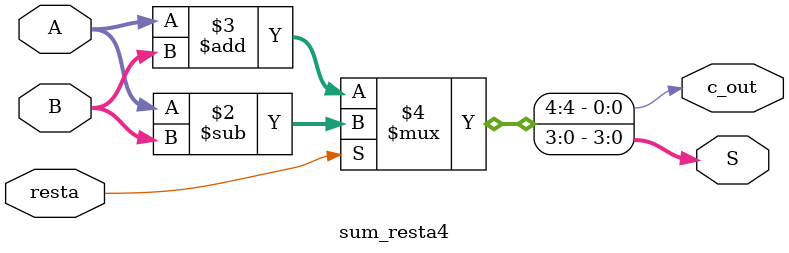
<source format=v>
`timescale 1 ns / 10 ps
module registro4 (input wire [3:0] entrada, input wire bit_en_desp, input wire Carga, Desplaza, clk, reset, output wire [3:0] salida);
	//Registro de 4 bits, soporta Carga de entrada, reseteo y desplazamiento aritmético o lógico
	// La línea de Carga indica que se va a asignar un nuevo valor al registro que viene por "entrada"
	// La línea de Desplaza indica que se va a desplazar el contenido del registro. El bit más significativo se completa con la entrada "bit_en_desp"
	wire enable;

	assign enable = Carga | Desplaza; //Si se carga o desplaza se habilitan en modificación los biestables
	cdaff ff0(Carga, entrada[0], salida[1], clk, reset, enable, salida[0]);
	cdaff ff1(Carga, entrada[1], salida[2], clk, reset, enable, salida[1]);
	cdaff ff2(Carga, entrada[2], salida[3], clk, reset, enable, salida[2]);
	cdaff ff3(Carga, entrada[3], bit_en_desp, clk, reset, enable, salida[3]); //entra un bit en el desplaz
endmodule

module registro3 (input wire [2:0] entrada, input wire bit_en_desp, input wire Carga, Desplaza, clk, reset, output wire [2:0] salida);
	//Registro de 3 bits, soporta Carga de entrada, reseteo y desplazamiento aritmético o lógico
	// La línea de Carga indica que se va a asignar un nuevo valor al registro que viene por "entrada"
	// La línea de Desplaza indica que se va a desplazar el contenido del registro. El bit más significativo se completa con la entrada "bit_en_desp"
	wire enable;

	assign enable = Carga | Desplaza; //Si se carga o desplaza se habilitan en modificación los biestables
	cdaff ff0(Carga, entrada[0], salida[1], clk, reset, enable, salida[0]);
	cdaff ff1(Carga, entrada[1], salida[2], clk, reset, enable, salida[1]);
	cdaff ff2(Carga, entrada[2], bit_en_desp, clk, reset, enable, salida[2]); //entra un bit en el desplaz
endmodule

//Biestable con entrada de mux para aceptar dos entradas posibles
module cdaff (input wire selc_d, inp_c, inp_d, clk, reset, carga, output wire salida);
	wire inp;
	
	ffdc ff0(clk, reset, carga, inp, salida);
	mux2_1_i1 mux0(inp, inp_d, inp_c, selc_d);
endmodule

//Mux de dos entradas de 1 bit realizado a partir de puertas 
module mux2_1_i1(output wire out, input wire a, b, s);
	//Declaración de conexiones internas
	wire  s_n, sa, sb;	   
	//Instancias de puertas y sus conexiones
	not inv1 (s_n, s);
	and and1 (sa, a, s_n);
	and and2 (sb, b, s);
	or or1 (out, sa, sb);
endmodule

module ffdc #(parameter retardo = 1)(input wire clk, reset, carga, d, output reg q);
	//reset asíncrono, carga síncrona
	always @(posedge clk, posedge reset)
	  if (reset)
		q <= 1'b0; //asignación no bloqueante q=0
	  else
		if (carga)
		  q <= d; //asignación no bloqueante q=d
endmodule

module sum_resta4(output wire[3:0] S, output wire c_out, input wire[3:0] A, input wire[3:0] B, input wire resta);
	assign {c_out, S} = (resta == 1) ? A - B : A + B;
endmodule

</source>
